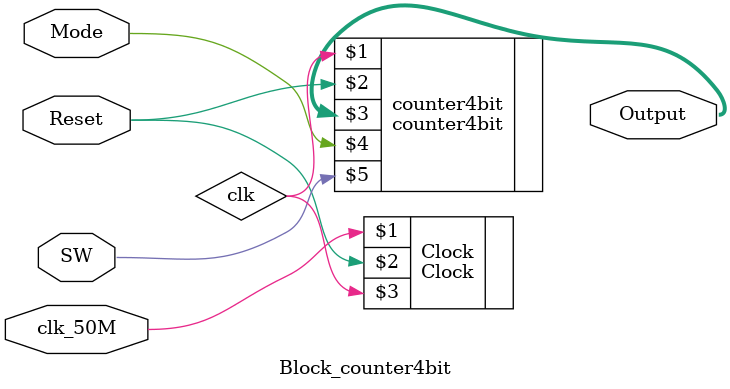
<source format=v>
`timescale 1ns / 1ps
module Block_counter4bit(clk_50M, Reset, Output, Mode, SW);
input clk_50M, Reset, Mode, SW;
output wire [3:0] Output;
wire clk, Mode, SW;
Clock Clock(clk_50M, Reset, clk);
counter4bit counter4bit (clk, Reset, Output,Mode,SW);
endmodule

</source>
